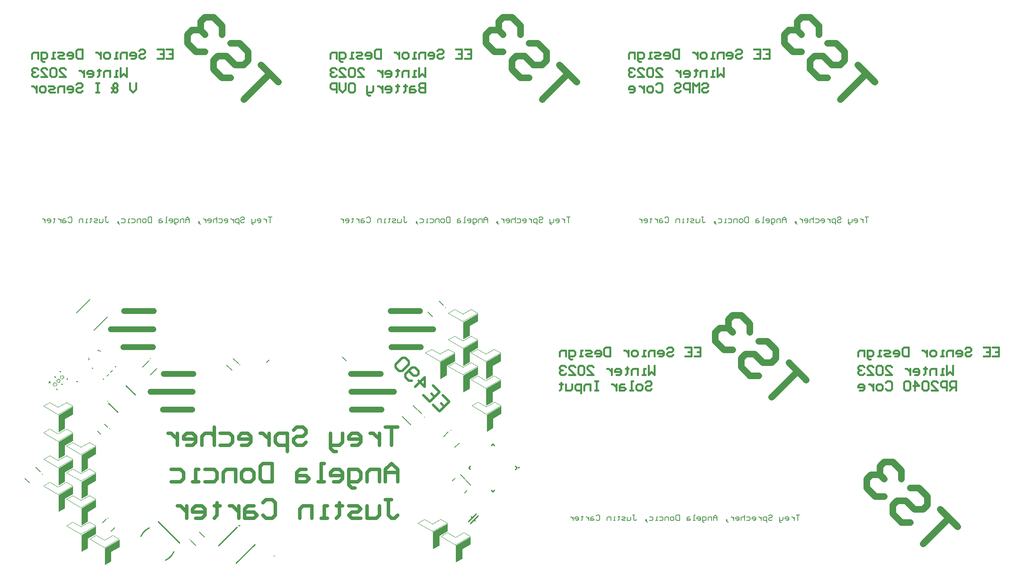
<source format=gbo>
%FSLAX25Y25*%
%MOIN*%
%SFA1B1*%

%IPPOS*%
%ADD30C,0.019680*%
%ADD33C,0.015750*%
%ADD35C,0.009840*%
%ADD36C,0.007870*%
%ADD134C,0.001970*%
%ADD136C,0.006890*%
%ADD138C,0.009840*%
%ADD139C,0.007870*%
%ADD140C,0.005910*%
%ADD141C,0.008860*%
%ADD143C,0.015750*%
%ADD144C,0.011810*%
%ADD145C,0.004920*%
%ADD231C,0.029530*%
%ADD255C,0.049210*%
%ADD256C,0.055120*%
%LNpanel-1*%
%LPD*%
G36*
X144498Y231372D02*
X137411Y227281D01*
Y219098*
X131899Y215916*
Y230463*
X144498Y237737*
Y231372*
G37*
G36*
Y208538D02*
X137411Y204446D01*
Y196263*
X131899Y193081*
Y207628*
X144498Y214902*
Y208538*
G37*
G36*
X164183Y197120D02*
X157096Y193029D01*
Y184846*
X151584Y181664*
Y196211*
X164183Y203485*
Y197120*
G37*
G36*
X144498Y185703D02*
X137411Y181612D01*
Y173429*
X131899Y170247*
Y184794*
X144498Y192068*
Y185703*
G37*
G36*
X164183Y174286D02*
X157096Y170194D01*
Y162011*
X151584Y158829*
Y173377*
X164183Y180650*
Y174286*
G37*
G36*
X144498Y162868D02*
X137411Y158777D01*
Y150594*
X131899Y147412*
Y161959*
X144498Y169233*
Y162868*
G37*
G36*
X164183Y151451D02*
X157096Y147360D01*
Y139177*
X151584Y135995*
Y150542*
X164183Y157816*
Y151451*
G37*
G36*
Y128616D02*
X157096Y124525D01*
Y116342*
X151584Y113160*
Y127707*
X164183Y134981*
Y128616*
G37*
G36*
X184261Y117199D02*
X177175Y113108D01*
Y104925*
X171663Y101742*
Y116290*
X184261Y123564*
Y117199*
G37*
G36*
X491742Y311294D02*
X484655Y307202D01*
Y299019*
X479143Y295837*
Y310384*
X491742Y317658*
Y311294*
G37*
G36*
Y288459D02*
X484655Y284367D01*
Y276185*
X479143Y273002*
Y287550*
X491742Y294824*
Y288459*
G37*
G36*
X511427Y277042D02*
X504340Y272950D01*
Y264767*
X498828Y261585*
Y276132*
X511427Y283406*
Y277042*
G37*
G36*
X472057D02*
X464970Y272950D01*
Y264767*
X459458Y261585*
Y276132*
X472057Y283406*
Y277042*
G37*
G36*
X491742Y265624D02*
X484655Y261533D01*
Y253350*
X479143Y250168*
Y264715*
X491742Y271989*
Y265624*
G37*
G36*
X511427Y254207D02*
X504340Y250115D01*
Y241933*
X498828Y238750*
Y253298*
X511427Y260572*
Y254207*
G37*
G36*
X511821Y231766D02*
X504734Y227675D01*
Y219492*
X499222Y216309*
Y230857*
X511821Y238130*
Y231766*
G37*
G36*
X465758Y130979D02*
X458671Y126887D01*
Y118704*
X453159Y115522*
Y130069*
X465758Y137343*
Y130979*
G37*
G36*
X485442Y119561D02*
X478356Y115470D01*
Y107287*
X472844Y104105*
Y118652*
X485442Y125926*
Y119561*
G37*
G54D30*
X461458Y247788D02*
X467024Y242222D01*
X458675Y233873*
X453109Y239439*
X462849Y238047D02*
X460066Y240830D01*
X453109Y256137D02*
X458675Y250571D01*
X450326Y242222*
X444760Y247788*
X454500Y246396D02*
X451717Y249179D01*
X437802Y254745D02*
X446151Y263094D01*
Y254745*
X440585Y260311*
X435019D02*
X432236D01*
X429453Y263094*
Y265877*
X435019Y271443*
X437802*
X440585Y268660*
Y265877*
X439194Y264486*
X436411*
X432236Y268660*
Y274226D02*
Y277009D01*
X429453Y279792*
X426671*
X421104Y274226*
Y271443*
X423887Y268660*
X426671*
X432236Y274226*
G54D33*
X224503Y544882D02*
X229751D01*
Y537010*
X224503*
X229751Y540946D02*
X227127D01*
X216632Y544882D02*
X221880D01*
Y537010*
X216632*
X221880Y540946D02*
X219256D01*
X200889Y543570D02*
X202201Y544882D01*
X204825*
X206137Y543570*
Y542258*
X204825Y540946*
X202201*
X200889Y539634*
Y538322*
X202201Y537010*
X204825*
X206137Y538322*
X194330Y537010D02*
X196953D01*
X198265Y538322*
Y540946*
X196953Y542258*
X194330*
X193018Y540946*
Y539634*
X198265*
X190394Y537010D02*
Y542258D01*
X186458*
X185146Y540946*
Y537010*
X182522D02*
X179898D01*
X181210*
Y542258*
X182522*
X174651Y537010D02*
X172027D01*
X170715Y538322*
Y540946*
X172027Y542258*
X174651*
X175963Y540946*
Y538322*
X174651Y537010*
X168091Y542258D02*
Y537010D01*
Y539634*
X166779Y540946*
X165467Y542258*
X164155*
X152348Y544882D02*
Y537010D01*
X148413*
X147101Y538322*
Y543570*
X148413Y544882*
X152348*
X140541Y537010D02*
X143165D01*
X144477Y538322*
Y540946*
X143165Y542258*
X140541*
X139229Y540946*
Y539634*
X144477*
X136605Y537010D02*
X132669D01*
X131358Y538322*
X132669Y539634*
X135293*
X136605Y540946*
X135293Y542258*
X131358*
X128734Y537010D02*
X126110D01*
X127422*
Y542258*
X128734*
X119550Y534387D02*
X118238D01*
X116927Y535699*
Y542258*
X120862*
X122174Y540946*
Y538322*
X120862Y537010*
X116927*
X114303D02*
Y542258D01*
X110367*
X109055Y540946*
Y537010*
X190394Y529033D02*
Y521161D01*
X187770Y523785*
X185146Y521161*
Y529033*
X182522Y521161D02*
X179898D01*
X181210*
Y526409*
X182522*
X175963Y521161D02*
Y526409D01*
X172027*
X170715Y525097*
Y521161*
X166779Y527721D02*
Y526409D01*
X168091*
X165467*
X166779*
Y522473*
X165467Y521161*
X157596D02*
X160220D01*
X161532Y522473*
Y525097*
X160220Y526409*
X157596*
X156284Y525097*
Y523785*
X161532*
X153660Y526409D02*
Y521161D01*
Y523785*
X152348Y525097*
X151036Y526409*
X149724*
X132670Y521161D02*
X137917D01*
X132670Y526409*
Y527721*
X133982Y529033*
X136605*
X137917Y527721*
X130046D02*
X128734Y529033D01*
X126110*
X124798Y527721*
Y522473*
X126110Y521161*
X128734*
X130046Y522473*
Y527721*
X116927Y521161D02*
X122174D01*
X116927Y526409*
Y527721*
X118238Y529033*
X120862*
X122174Y527721*
X114303D02*
X112991Y529033D01*
X110367*
X109055Y527721*
Y526409*
X110367Y525097*
X111679*
X110367*
X109055Y523785*
Y522473*
X110367Y521161*
X112991*
X114303Y522473*
X198265Y515807D02*
Y510560D01*
X195641Y507936*
X193018Y510560*
Y515807*
X177275Y507936D02*
X178586Y509248D01*
X179898Y507936*
X181210*
X182522Y509248*
Y510560*
X181210Y511872*
X182522Y513184*
Y514496*
X181210Y515807*
X179898*
X178586Y514496*
Y513184*
X179898Y511872*
X178586Y510560*
Y509248*
X177275Y511872D02*
X178586Y510560D01*
X181210Y511872D02*
X179898D01*
X166779Y515807D02*
X164155D01*
X165467*
Y507936*
X166779*
X164155*
X147101Y514496D02*
X148413Y515807D01*
X151036*
X152348Y514496*
Y513184*
X151036Y511872*
X148413*
X147101Y510560*
Y509248*
X148413Y507936*
X151036*
X152348Y509248*
X140541Y507936D02*
X143165D01*
X144477Y509248*
Y511872*
X143165Y513184*
X140541*
X139229Y511872*
Y510560*
X144477*
X136605Y507936D02*
Y513184D01*
X132670*
X131358Y511872*
Y507936*
X128734D02*
X124798D01*
X123486Y509248*
X124798Y510560*
X127422*
X128734Y511872*
X127422Y513184*
X123486*
X119550Y507936D02*
X116927D01*
X115615Y509248*
Y511872*
X116927Y513184*
X119550*
X120862Y511872*
Y509248*
X119550Y507936*
X112991Y513184D02*
Y507936D01*
Y510560*
X111679Y511872*
X110367Y513184*
X109055*
X480409Y544882D02*
X485657D01*
Y537010*
X480409*
X485657Y540946D02*
X483033D01*
X472538Y544882D02*
X477785D01*
Y537010*
X472538*
X477785Y540946D02*
X475161D01*
X456795Y543570D02*
X458106Y544882D01*
X460730*
X462042Y543570*
Y542258*
X460730Y540946*
X458106*
X456795Y539634*
Y538322*
X458106Y537010*
X460730*
X462042Y538322*
X450235Y537010D02*
X452859D01*
X454171Y538322*
Y540946*
X452859Y542258*
X450235*
X448923Y540946*
Y539634*
X454171*
X446299Y537010D02*
Y542258D01*
X442364*
X441052Y540946*
Y537010*
X438428D02*
X435804D01*
X437116*
Y542258*
X438428*
X430556Y537010D02*
X427932D01*
X426620Y538322*
Y540946*
X427932Y542258*
X430556*
X431868Y540946*
Y538322*
X430556Y537010*
X423997Y542258D02*
Y537010D01*
Y539634*
X422685Y540946*
X421373Y542258*
X420061*
X408254Y544882D02*
Y537010D01*
X404318*
X403006Y538322*
Y543570*
X404318Y544882*
X408254*
X396446Y537010D02*
X399070D01*
X400382Y538322*
Y540946*
X399070Y542258*
X396446*
X395135Y540946*
Y539634*
X400382*
X392511Y537010D02*
X388575D01*
X387263Y538322*
X388575Y539634*
X391199*
X392511Y540946*
X391199Y542258*
X387263*
X384639Y537010D02*
X382015D01*
X383327*
Y542258*
X384639*
X375456Y534387D02*
X374144D01*
X372832Y535699*
Y542258*
X376768*
X378080Y540946*
Y538322*
X376768Y537010*
X372832*
X370208D02*
Y542258D01*
X366272*
X364961Y540946*
Y537010*
X446299Y529033D02*
Y521161D01*
X443675Y523785*
X441052Y521161*
Y529033*
X438428Y521161D02*
X435804D01*
X437116*
Y526409*
X438428*
X431868Y521161D02*
Y526409D01*
X427932*
X426620Y525097*
Y521161*
X422685Y527721D02*
Y526409D01*
X423997*
X421373*
X422685*
Y522473*
X421373Y521161*
X413501D02*
X416125D01*
X417437Y522473*
Y525097*
X416125Y526409*
X413501*
X412189Y525097*
Y523785*
X417437*
X409566Y526409D02*
Y521161D01*
Y523785*
X408254Y525097*
X406942Y526409*
X405630*
X388575Y521161D02*
X393823D01*
X388575Y526409*
Y527721*
X389887Y529033*
X392511*
X393823Y527721*
X385951D02*
X384639Y529033D01*
X382015*
X380704Y527721*
Y522473*
X382015Y521161*
X384639*
X385951Y522473*
Y527721*
X372832Y521161D02*
X378080D01*
X372832Y526409*
Y527721*
X374144Y529033*
X376768*
X378080Y527721*
X370208D02*
X368896Y529033D01*
X366272*
X364961Y527721*
Y526409*
X366272Y525097*
X367584*
X366272*
X364961Y523785*
Y522473*
X366272Y521161*
X368896*
X370208Y522473*
X446299Y515807D02*
Y507936D01*
X442364*
X441052Y509248*
Y510560*
X442364Y511872*
X446299*
X442364*
X441052Y513184*
Y514496*
X442364Y515807*
X446299*
X437116Y513184D02*
X434492D01*
X433180Y511872*
Y507936*
X437116*
X438428Y509248*
X437116Y510560*
X433180*
X429244Y514496D02*
Y513184D01*
X430556*
X427932*
X429244*
Y509248*
X427932Y507936*
X422685Y514496D02*
Y513184D01*
X423997*
X421373*
X422685*
Y509248*
X421373Y507936*
X413501D02*
X416125D01*
X417437Y509248*
Y511872*
X416125Y513184*
X413501*
X412189Y511872*
Y510560*
X417437*
X409566Y513184D02*
Y507936D01*
Y510560*
X408254Y511872*
X406942Y513184*
X405630*
X401694D02*
Y509248D01*
X400382Y507936*
X396446*
Y506624*
X397758Y505312*
X399070*
X396446Y507936D02*
Y513184D01*
X382015Y515807D02*
X384639D01*
X385951Y514496*
Y509248*
X384639Y507936*
X382015*
X380704Y509248*
Y514496*
X382015Y515807*
X378080D02*
Y510560D01*
X375456Y507936*
X372832Y510560*
Y515807*
X370208Y507936D02*
Y515807D01*
X366272*
X364961Y514496*
Y511872*
X366272Y510560*
X370208*
X933165Y288976D02*
X938412D01*
Y281105*
X933165*
X938412Y285041D02*
X935789D01*
X925293Y288976D02*
X930541D01*
Y281105*
X925293*
X930541Y285041D02*
X927917D01*
X909550Y287664D02*
X910862Y288976D01*
X913486*
X914798Y287664*
Y286352*
X913486Y285041*
X910862*
X909550Y283729*
Y282417*
X910862Y281105*
X913486*
X914798Y282417*
X902991Y281105D02*
X905615D01*
X906927Y282417*
Y285041*
X905615Y286352*
X902991*
X901679Y285041*
Y283729*
X906927*
X899055Y281105D02*
Y286352D01*
X895119*
X893808Y285041*
Y281105*
X891184D02*
X888560D01*
X889872*
Y286352*
X891184*
X883312Y281105D02*
X880688D01*
X879376Y282417*
Y285041*
X880688Y286352*
X883312*
X884624Y285041*
Y282417*
X883312Y281105*
X876753Y286352D02*
Y281105D01*
Y283729*
X875441Y285041*
X874129Y286352*
X872817*
X861010Y288976D02*
Y281105D01*
X857074*
X855762Y282417*
Y287664*
X857074Y288976*
X861010*
X849202Y281105D02*
X851826D01*
X853138Y282417*
Y285041*
X851826Y286352*
X849202*
X847890Y285041*
Y283729*
X853138*
X845267Y281105D02*
X841331D01*
X840019Y282417*
X841331Y283729*
X843955*
X845267Y285041*
X843955Y286352*
X840019*
X837395Y281105D02*
X834771D01*
X836083*
Y286352*
X837395*
X828212Y278481D02*
X826900D01*
X825588Y279793*
Y286352*
X829524*
X830836Y285041*
Y282417*
X829524Y281105*
X825588*
X822964D02*
Y286352D01*
X819028*
X817717Y285041*
Y281105*
X899055Y273127D02*
Y265256D01*
X896431Y267880*
X893808Y265256*
Y273127*
X891184Y265256D02*
X888560D01*
X889872*
Y270503*
X891184*
X884624Y265256D02*
Y270503D01*
X880688*
X879376Y269192*
Y265256*
X875441Y271815D02*
Y270503D01*
X876753*
X874129*
X875441*
Y266568*
X874129Y265256*
X866257D02*
X868881D01*
X870193Y266568*
Y269192*
X868881Y270503*
X866257*
X864945Y269192*
Y267880*
X870193*
X862322Y270503D02*
Y265256D01*
Y267880*
X861010Y269192*
X859698Y270503*
X858386*
X841331Y265256D02*
X846579D01*
X841331Y270503*
Y271815*
X842643Y273127*
X845267*
X846579Y271815*
X838707D02*
X837395Y273127D01*
X834771*
X833459Y271815*
Y266568*
X834771Y265256*
X837395*
X838707Y266568*
Y271815*
X825588Y265256D02*
X830836D01*
X825588Y270503*
Y271815*
X826900Y273127*
X829524*
X830836Y271815*
X822964D02*
X821652Y273127D01*
X819028*
X817717Y271815*
Y270503*
X819028Y269192*
X820340*
X819028*
X817717Y267880*
Y266568*
X819028Y265256*
X821652*
X822964Y266568*
X901679Y252030D02*
Y259902D01*
X897743*
X896431Y258590*
Y255966*
X897743Y254654*
X901679*
X899055D02*
X896431Y252030D01*
X893808D02*
Y259902D01*
X889872*
X888560Y258590*
Y255966*
X889872Y254654*
X893808*
X880688Y252030D02*
X885936D01*
X880688Y257278*
Y258590*
X882000Y259902*
X884624*
X885936Y258590*
X878065D02*
X876753Y259902D01*
X874129*
X872817Y258590*
Y253342*
X874129Y252030*
X876753*
X878065Y253342*
Y258590*
X866257Y252030D02*
Y259902D01*
X870193Y255966*
X864945*
X862322Y258590D02*
X861010Y259902D01*
X858386*
X857074Y258590*
Y253342*
X858386Y252030*
X861010*
X862322Y253342*
Y258590*
X841331D02*
X842643Y259902D01*
X845267*
X846579Y258590*
Y253342*
X845267Y252030*
X842643*
X841331Y253342*
X837395Y252030D02*
X834771D01*
X833459Y253342*
Y255966*
X834771Y257278*
X837395*
X838707Y255966*
Y253342*
X837395Y252030*
X830836Y257278D02*
Y252030D01*
Y254654*
X829524Y255966*
X828212Y257278*
X826900*
X819028Y252030D02*
X821652D01*
X822964Y253342*
Y255966*
X821652Y257278*
X819028*
X817717Y255966*
Y254654*
X822964*
X736314Y544882D02*
X741562D01*
Y537010*
X736314*
X741562Y540946D02*
X738938D01*
X728443Y544882D02*
X733691D01*
Y537010*
X728443*
X733691Y540946D02*
X731067D01*
X712700Y543570D02*
X714012Y544882D01*
X716636*
X717948Y543570*
Y542258*
X716636Y540946*
X714012*
X712700Y539634*
Y538322*
X714012Y537010*
X716636*
X717948Y538322*
X706141Y537010D02*
X708764D01*
X710076Y538322*
Y540946*
X708764Y542258*
X706141*
X704829Y540946*
Y539634*
X710076*
X702205Y537010D02*
Y542258D01*
X698269*
X696957Y540946*
Y537010*
X694333D02*
X691709D01*
X693021*
Y542258*
X694333*
X686462Y537010D02*
X683838D01*
X682526Y538322*
Y540946*
X683838Y542258*
X686462*
X687774Y540946*
Y538322*
X686462Y537010*
X679902Y542258D02*
Y537010D01*
Y539634*
X678590Y540946*
X677278Y542258*
X675967*
X664159Y544882D02*
Y537010D01*
X660223*
X658912Y538322*
Y543570*
X660223Y544882*
X664159*
X652352Y537010D02*
X654976D01*
X656288Y538322*
Y540946*
X654976Y542258*
X652352*
X651040Y540946*
Y539634*
X656288*
X648416Y537010D02*
X644481D01*
X643169Y538322*
X644481Y539634*
X647104*
X648416Y540946*
X647104Y542258*
X643169*
X640545Y537010D02*
X637921D01*
X639233*
Y542258*
X640545*
X631361Y534387D02*
X630050D01*
X628738Y535699*
Y542258*
X632673*
X633985Y540946*
Y538322*
X632673Y537010*
X628738*
X626114D02*
Y542258D01*
X622178*
X620866Y540946*
Y537010*
X702205Y529033D02*
Y521161D01*
X699581Y523785*
X696957Y521161*
Y529033*
X694333Y521161D02*
X691709D01*
X693021*
Y526409*
X694333*
X687774Y521161D02*
Y526409D01*
X683838*
X682526Y525097*
Y521161*
X678590Y527721D02*
Y526409D01*
X679902*
X677278*
X678590*
Y522473*
X677278Y521161*
X669407D02*
X672031D01*
X673343Y522473*
Y525097*
X672031Y526409*
X669407*
X668095Y525097*
Y523785*
X673343*
X665471Y526409D02*
Y521161D01*
Y523785*
X664159Y525097*
X662847Y526409*
X661535*
X644481Y521161D02*
X649728D01*
X644481Y526409*
Y527721*
X645792Y529033*
X648416*
X649728Y527721*
X641857D02*
X640545Y529033D01*
X637921*
X636609Y527721*
Y522473*
X637921Y521161*
X640545*
X641857Y522473*
Y527721*
X628738Y521161D02*
X633985D01*
X628738Y526409*
Y527721*
X630050Y529033*
X632673*
X633985Y527721*
X626114D02*
X624802Y529033D01*
X622178*
X620866Y527721*
Y526409*
X622178Y525097*
X623490*
X622178*
X620866Y523785*
Y522473*
X622178Y521161*
X624802*
X626114Y522473*
X683838Y514496D02*
X685150Y515807D01*
X687774*
X689086Y514496*
Y513184*
X687774Y511872*
X685150*
X683838Y510560*
Y509248*
X685150Y507936*
X687774*
X689086Y509248*
X681214Y507936D02*
Y515807D01*
X678590Y513184*
X675967Y515807*
Y507936*
X673343D02*
Y515807D01*
X669407*
X668095Y514496*
Y511872*
X669407Y510560*
X673343*
X660223Y514496D02*
X661535Y515807D01*
X664159*
X665471Y514496*
Y513184*
X664159Y511872*
X661535*
X660223Y510560*
Y509248*
X661535Y507936*
X664159*
X665471Y509248*
X644481Y514496D02*
X645792Y515807D01*
X648416*
X649728Y514496*
Y509248*
X648416Y507936*
X645792*
X644481Y509248*
X640545Y507936D02*
X637921D01*
X636609Y509248*
Y511872*
X637921Y513184*
X640545*
X641857Y511872*
Y509248*
X640545Y507936*
X633985Y513184D02*
Y507936D01*
Y510560*
X632673Y511872*
X631361Y513184*
X630050*
X622178Y507936D02*
X624802D01*
X626114Y509248*
Y511872*
X624802Y513184*
X622178*
X620866Y511872*
Y510560*
X626114*
X677259Y288976D02*
X682507D01*
Y281105*
X677259*
X682507Y285041D02*
X679883D01*
X669388Y288976D02*
X674636D01*
Y281105*
X669388*
X674636Y285041D02*
X672012D01*
X653645Y287664D02*
X654957Y288976D01*
X657581*
X658893Y287664*
Y286352*
X657581Y285041*
X654957*
X653645Y283729*
Y282417*
X654957Y281105*
X657581*
X658893Y282417*
X647085Y281105D02*
X649709D01*
X651021Y282417*
Y285041*
X649709Y286352*
X647085*
X645773Y285041*
Y283729*
X651021*
X643150Y281105D02*
Y286352D01*
X639214*
X637902Y285041*
Y281105*
X635278D02*
X632654D01*
X633966*
Y286352*
X635278*
X627407Y281105D02*
X624783D01*
X623471Y282417*
Y285041*
X624783Y286352*
X627407*
X628719Y285041*
Y282417*
X627407Y281105*
X620847Y286352D02*
Y281105D01*
Y283729*
X619535Y285041*
X618223Y286352*
X616911*
X605104Y288976D02*
Y281105D01*
X601168*
X599857Y282417*
Y287664*
X601168Y288976*
X605104*
X593297Y281105D02*
X595921D01*
X597233Y282417*
Y285041*
X595921Y286352*
X593297*
X591985Y285041*
Y283729*
X597233*
X589361Y281105D02*
X585425D01*
X584114Y282417*
X585425Y283729*
X588049*
X589361Y285041*
X588049Y286352*
X584114*
X581490Y281105D02*
X578866D01*
X580178*
Y286352*
X581490*
X572306Y278481D02*
X570994D01*
X569683Y279793*
Y286352*
X573618*
X574930Y285041*
Y282417*
X573618Y281105*
X569683*
X567059D02*
Y286352D01*
X563123*
X561811Y285041*
Y281105*
X643150Y273127D02*
Y265256D01*
X640526Y267880*
X637902Y265256*
Y273127*
X635278Y265256D02*
X632654D01*
X633966*
Y270503*
X635278*
X628719Y265256D02*
Y270503D01*
X624783*
X623471Y269192*
Y265256*
X619535Y271815D02*
Y270503D01*
X620847*
X618223*
X619535*
Y266568*
X618223Y265256*
X610352D02*
X612976D01*
X614288Y266568*
Y269192*
X612976Y270503*
X610352*
X609040Y269192*
Y267880*
X614288*
X606416Y270503D02*
Y265256D01*
Y267880*
X605104Y269192*
X603792Y270503*
X602480*
X585426Y265256D02*
X590673D01*
X585426Y270503*
Y271815*
X586737Y273127*
X589361*
X590673Y271815*
X582802D02*
X581490Y273127D01*
X578866*
X577554Y271815*
Y266568*
X578866Y265256*
X581490*
X582802Y266568*
Y271815*
X569683Y265256D02*
X574930D01*
X569683Y270503*
Y271815*
X570994Y273127*
X573618*
X574930Y271815*
X567059D02*
X565747Y273127D01*
X563123*
X561811Y271815*
Y270503*
X563123Y269192*
X564435*
X563123*
X561811Y267880*
Y266568*
X563123Y265256*
X565747*
X567059Y266568*
X635278Y258590D02*
X636590Y259902D01*
X639214*
X640526Y258590*
Y257278*
X639214Y255966*
X636590*
X635278Y254654*
Y253342*
X636590Y252030*
X639214*
X640526Y253342*
X631342Y252030D02*
X628719D01*
X627407Y253342*
Y255966*
X628719Y257278*
X631342*
X632654Y255966*
Y253342*
X631342Y252030*
X624783D02*
X622159D01*
X623471*
Y259902*
X624783*
X616911Y257278D02*
X614288D01*
X612976Y255966*
Y252030*
X616911*
X618223Y253342*
X616911Y254654*
X612976*
X610352Y257278D02*
Y252030D01*
Y254654*
X609040Y255966*
X607728Y257278*
X606416*
X594609Y259902D02*
X591985D01*
X593297*
Y252030*
X594609*
X591985*
X588049D02*
Y257278D01*
X584114*
X582802Y255966*
Y252030*
X580178Y249407D02*
Y257278D01*
X576242*
X574930Y255966*
Y253342*
X576242Y252030*
X580178*
X572306Y257278D02*
Y253342D01*
X570994Y252030*
X567059*
Y257278*
X563123Y258590D02*
Y257278D01*
X564435*
X561811*
X563123*
Y253342*
X561811Y252030*
G54D35*
X209637Y134014D02*
X208786Y133546D01*
X207965Y133028*
X207176Y132463*
X206423Y131851*
X205707Y131195*
X205031Y130498*
X204398Y129762*
X203811Y128990*
X203270Y128183*
X202778Y127347*
X202338Y126482*
X223434Y106144D02*
X224285Y106611D01*
X225106Y107129*
X225894Y107695*
X226648Y108306*
X227364Y108962*
X228040Y109659*
X228672Y110395*
X229260Y111168*
X229801Y111974*
X230292Y112811*
X230733Y113676*
X148152Y259401D02*
X147364D01*
X148152*
X287245Y135794D02*
X286458D01*
X287245*
X504331Y206034D02*
X505723Y204642D01*
X502994Y204698D02*
X504331Y206034D01*
X483730Y185433D02*
X485122Y186825D01*
X483730Y185433D02*
X485066Y184097D01*
X502939Y166224D02*
X504331Y164832D01*
X505667Y166169*
X523539Y184041D02*
X524931Y185433D01*
X523595Y186769D02*
X524931Y185433D01*
X189839Y255902D02*
X197634Y248107D01*
X174806Y240869D02*
X182601Y233074D01*
X217371Y139288D02*
X235744Y120914D01*
X269035Y118534D02*
X285181Y134680D01*
X284068Y103501D02*
X300214Y119647D01*
G54D36*
X162252Y303519D02*
X173945Y315211D01*
X147220Y318552D02*
X158912Y330244D01*
X245335Y123018D02*
X249789Y118563D01*
X252573Y130256D02*
X257027Y125801D01*
X177083Y130993D02*
X180424Y134334D01*
X169845Y138231D02*
X173186Y141572D01*
X458296Y328729D02*
X462193Y324831D01*
X448831Y319263D02*
X452728Y315366D01*
X276183Y273733D02*
X280637Y269279D01*
X281750Y279301D02*
X286205Y274847D01*
X471681Y202767D02*
X475579Y206665D01*
X462216Y212233D02*
X466114Y216130D01*
X203964Y271880D02*
X209532Y277448D01*
X210646Y265199D02*
X216213Y270766D01*
X426688Y229595D02*
X433926Y222357D01*
X436153Y239060D02*
X443391Y231822D01*
X103007Y176348D02*
X106905Y172450D01*
X112473Y185813D02*
X116370Y181915D01*
X171327Y222986D02*
X174111Y220202D01*
X165203Y216862D02*
X167987Y214078D01*
X314929Y400786D02*
X311780D01*
X313354*
Y396063*
X310206Y399212D02*
Y396063D01*
Y397638*
X309419Y398425*
X308632Y399212*
X307844*
X303122Y396063D02*
X304696D01*
X305483Y396851*
Y398425*
X304696Y399212*
X303122*
X302334Y398425*
Y397638*
X305483*
X300760Y399212D02*
Y396851D01*
X299973Y396063*
X297611*
Y395276*
X298399Y394489*
X299186*
X297611Y396063D02*
Y399212D01*
X288166Y399999D02*
X288953Y400786D01*
X290527*
X291314Y399999*
Y399212*
X290527Y398425*
X288953*
X288166Y397638*
Y396851*
X288953Y396063*
X290527*
X291314Y396851*
X286592Y394489D02*
Y399212D01*
X284230*
X283443Y398425*
Y396851*
X284230Y396063*
X286592*
X281869Y399212D02*
Y396063D01*
Y397638*
X281082Y398425*
X280294Y399212*
X279507*
X274784Y396063D02*
X276359D01*
X277146Y396851*
Y398425*
X276359Y399212*
X274784*
X273997Y398425*
Y397638*
X277146*
X269274Y399212D02*
X271636D01*
X272423Y398425*
Y396851*
X271636Y396063*
X269274*
X267700Y400786D02*
Y396063D01*
Y398425*
X266913Y399212*
X265338*
X264551Y398425*
Y396063*
X260616D02*
X262190D01*
X262977Y396851*
Y398425*
X262190Y399212*
X260616*
X259828Y398425*
Y397638*
X262977*
X258254Y399212D02*
Y396063D01*
Y397638*
X257467Y398425*
X256680Y399212*
X255893*
X252744Y395276D02*
X251957Y396063D01*
Y396851*
X252744*
Y396063*
X251957*
X252744Y395276*
X253531Y394489*
X244086Y396063D02*
Y399212D01*
X242511Y400786*
X240937Y399212*
Y396063*
Y398425*
X244086*
X239363Y396063D02*
Y399212D01*
X237001*
X236214Y398425*
Y396063*
X233066Y394489D02*
X232278D01*
X231491Y395276*
Y399212*
X233853*
X234640Y398425*
Y396851*
X233853Y396063*
X231491*
X227555D02*
X229130D01*
X229917Y396851*
Y398425*
X229130Y399212*
X227555*
X226768Y398425*
Y397638*
X229917*
X225194Y396063D02*
X223620D01*
X224407*
Y400786*
X225194*
X220471Y399212D02*
X218897D01*
X218110Y398425*
Y396063*
X220471*
X221258Y396851*
X220471Y397638*
X218110*
X211813Y400786D02*
Y396063D01*
X209451*
X208664Y396851*
Y399999*
X209451Y400786*
X211813*
X206302Y396063D02*
X204728D01*
X203941Y396851*
Y398425*
X204728Y399212*
X206302*
X207090Y398425*
Y396851*
X206302Y396063*
X202367D02*
Y399212D01*
X200005*
X199218Y398425*
Y396063*
X194495Y399212D02*
X196857D01*
X197644Y398425*
Y396851*
X196857Y396063*
X194495*
X192921D02*
X191347D01*
X192134*
Y399212*
X192921*
X185837D02*
X188198D01*
X188985Y398425*
Y396851*
X188198Y396063*
X185837*
X183475Y395276D02*
X182688Y396063D01*
Y396851*
X183475*
Y396063*
X182688*
X183475Y395276*
X184262Y394489*
X171668Y400786D02*
X173242D01*
X172455*
Y396851*
X173242Y396063*
X174030*
X174817Y396851*
X170094Y399212D02*
Y396851D01*
X169307Y396063*
X166945*
Y399212*
X165371Y396063D02*
X163010D01*
X162222Y396851*
X163010Y397638*
X164584*
X165371Y398425*
X164584Y399212*
X162222*
X159861Y399999D02*
Y399212D01*
X160648*
X159074*
X159861*
Y396851*
X159074Y396063*
X156712D02*
X155138D01*
X155925*
Y399212*
X156712*
X152777Y396063D02*
Y399212D01*
X150415*
X149628Y398425*
Y396063*
X140182Y399999D02*
X140969Y400786D01*
X142544*
X143331Y399999*
Y396851*
X142544Y396063*
X140969*
X140182Y396851*
X137821Y399212D02*
X136247D01*
X135459Y398425*
Y396063*
X137821*
X138608Y396851*
X137821Y397638*
X135459*
X133885Y399212D02*
Y396063D01*
Y397638*
X133098Y398425*
X132311Y399212*
X131524*
X128375Y399999D02*
Y399212D01*
X129162*
X127588*
X128375*
Y396851*
X127588Y396063*
X122865D02*
X124439D01*
X125226Y396851*
Y398425*
X124439Y399212*
X122865*
X122078Y398425*
Y397638*
X125226*
X120503Y399212D02*
Y396063D01*
Y397638*
X119716Y398425*
X118929Y399212*
X118142*
X570834Y400786D02*
X567686D01*
X569260*
Y396063*
X566111Y399212D02*
Y396063D01*
Y397638*
X565324Y398425*
X564537Y399212*
X563750*
X559027Y396063D02*
X560601D01*
X561388Y396851*
Y398425*
X560601Y399212*
X559027*
X558240Y398425*
Y397638*
X561388*
X556666Y399212D02*
Y396851D01*
X555878Y396063*
X553517*
Y395276*
X554304Y394489*
X555091*
X553517Y396063D02*
Y399212D01*
X544071Y399999D02*
X544858Y400786D01*
X546433*
X547220Y399999*
Y399212*
X546433Y398425*
X544858*
X544071Y397638*
Y396851*
X544858Y396063*
X546433*
X547220Y396851*
X542497Y394489D02*
Y399212D01*
X540136*
X539348Y398425*
Y396851*
X540136Y396063*
X542497*
X537774Y399212D02*
Y396063D01*
Y397638*
X536987Y398425*
X536200Y399212*
X535413*
X530690Y396063D02*
X532264D01*
X533051Y396851*
Y398425*
X532264Y399212*
X530690*
X529903Y398425*
Y397638*
X533051*
X525180Y399212D02*
X527541D01*
X528328Y398425*
Y396851*
X527541Y396063*
X525180*
X523605Y400786D02*
Y396063D01*
Y398425*
X522818Y399212*
X521244*
X520457Y398425*
Y396063*
X516521D02*
X518095D01*
X518883Y396851*
Y398425*
X518095Y399212*
X516521*
X515734Y398425*
Y397638*
X518883*
X514160Y399212D02*
Y396063D01*
Y397638*
X513373Y398425*
X512585Y399212*
X511798*
X508650Y395276D02*
X507863Y396063D01*
Y396851*
X508650*
Y396063*
X507863*
X508650Y395276*
X509437Y394489*
X499991Y396063D02*
Y399212D01*
X498417Y400786*
X496842Y399212*
Y396063*
Y398425*
X499991*
X495268Y396063D02*
Y399212D01*
X492907*
X492120Y398425*
Y396063*
X488971Y394489D02*
X488184D01*
X487397Y395276*
Y399212*
X489758*
X490545Y398425*
Y396851*
X489758Y396063*
X487397*
X483461D02*
X485035D01*
X485822Y396851*
Y398425*
X485035Y399212*
X483461*
X482674Y398425*
Y397638*
X485822*
X481100Y396063D02*
X479525D01*
X480312*
Y400786*
X481100*
X476377Y399212D02*
X474802D01*
X474015Y398425*
Y396063*
X476377*
X477164Y396851*
X476377Y397638*
X474015*
X467718Y400786D02*
Y396063D01*
X465357*
X464570Y396851*
Y399999*
X465357Y400786*
X467718*
X462208Y396063D02*
X460634D01*
X459847Y396851*
Y398425*
X460634Y399212*
X462208*
X462995Y398425*
Y396851*
X462208Y396063*
X458272D02*
Y399212D01*
X455911*
X455124Y398425*
Y396063*
X450401Y399212D02*
X452762D01*
X453549Y398425*
Y396851*
X452762Y396063*
X450401*
X448827D02*
X447252D01*
X448039*
Y399212*
X448827*
X441742D02*
X444104D01*
X444891Y398425*
Y396851*
X444104Y396063*
X441742*
X439381Y395276D02*
X438594Y396063D01*
Y396851*
X439381*
Y396063*
X438594*
X439381Y395276*
X440168Y394489*
X427574Y400786D02*
X429148D01*
X428361*
Y396851*
X429148Y396063*
X429935*
X430722Y396851*
X425999Y399212D02*
Y396851D01*
X425212Y396063*
X422851*
Y399212*
X421276Y396063D02*
X418915D01*
X418128Y396851*
X418915Y397638*
X420489*
X421276Y398425*
X420489Y399212*
X418128*
X415766Y399999D02*
Y399212D01*
X416553*
X414979*
X415766*
Y396851*
X414979Y396063*
X412618D02*
X411044D01*
X411831*
Y399212*
X412618*
X408682Y396063D02*
Y399212D01*
X406321*
X405533Y398425*
Y396063*
X396088Y399999D02*
X396875Y400786D01*
X398449*
X399236Y399999*
Y396851*
X398449Y396063*
X396875*
X396088Y396851*
X393726Y399212D02*
X392152D01*
X391365Y398425*
Y396063*
X393726*
X394513Y396851*
X393726Y397638*
X391365*
X389791Y399212D02*
Y396063D01*
Y397638*
X389003Y398425*
X388216Y399212*
X387429*
X384280Y399999D02*
Y399212D01*
X385068*
X383493*
X384280*
Y396851*
X383493Y396063*
X378770D02*
X380345D01*
X381132Y396851*
Y398425*
X380345Y399212*
X378770*
X377983Y398425*
Y397638*
X381132*
X376409Y399212D02*
Y396063D01*
Y397638*
X375622Y398425*
X374835Y399212*
X374048*
X826740Y400786D02*
X823591D01*
X825165*
Y396063*
X822017Y399212D02*
Y396063D01*
Y397638*
X821230Y398425*
X820443Y399212*
X819656*
X814933Y396063D02*
X816507D01*
X817294Y396851*
Y398425*
X816507Y399212*
X814933*
X814145Y398425*
Y397638*
X817294*
X812571Y399212D02*
Y396851D01*
X811784Y396063*
X809423*
Y395276*
X810210Y394489*
X810997*
X809423Y396063D02*
Y399212D01*
X799977Y399999D02*
X800764Y400786D01*
X802338*
X803125Y399999*
Y399212*
X802338Y398425*
X800764*
X799977Y397638*
Y396851*
X800764Y396063*
X802338*
X803125Y396851*
X798403Y394489D02*
Y399212D01*
X796041*
X795254Y398425*
Y396851*
X796041Y396063*
X798403*
X793680Y399212D02*
Y396063D01*
Y397638*
X792893Y398425*
X792105Y399212*
X791318*
X786595Y396063D02*
X788170D01*
X788957Y396851*
Y398425*
X788170Y399212*
X786595*
X785808Y398425*
Y397638*
X788957*
X781085Y399212D02*
X783447D01*
X784234Y398425*
Y396851*
X783447Y396063*
X781085*
X779511Y400786D02*
Y396063D01*
Y398425*
X778724Y399212*
X777149*
X776362Y398425*
Y396063*
X772427D02*
X774001D01*
X774788Y396851*
Y398425*
X774001Y399212*
X772427*
X771639Y398425*
Y397638*
X774788*
X770065Y399212D02*
Y396063D01*
Y397638*
X769278Y398425*
X768491Y399212*
X767704*
X764555Y395276D02*
X763768Y396063D01*
Y396851*
X764555*
Y396063*
X763768*
X764555Y395276*
X765342Y394489*
X755897Y396063D02*
Y399212D01*
X754322Y400786*
X752748Y399212*
Y396063*
Y398425*
X755897*
X751174Y396063D02*
Y399212D01*
X748812*
X748025Y398425*
Y396063*
X744876Y394489D02*
X744089D01*
X743302Y395276*
Y399212*
X745664*
X746451Y398425*
Y396851*
X745664Y396063*
X743302*
X739366D02*
X740941D01*
X741728Y396851*
Y398425*
X740941Y399212*
X739366*
X738579Y398425*
Y397638*
X741728*
X737005Y396063D02*
X735431D01*
X736218*
Y400786*
X737005*
X732282Y399212D02*
X730708D01*
X729921Y398425*
Y396063*
X732282*
X733069Y396851*
X732282Y397638*
X729921*
X723624Y400786D02*
Y396063D01*
X721262*
X720475Y396851*
Y399999*
X721262Y400786*
X723624*
X718114Y396063D02*
X716539D01*
X715752Y396851*
Y398425*
X716539Y399212*
X718114*
X718901Y398425*
Y396851*
X718114Y396063*
X714178D02*
Y399212D01*
X711816*
X711029Y398425*
Y396063*
X706306Y399212D02*
X708668D01*
X709455Y398425*
Y396851*
X708668Y396063*
X706306*
X704732D02*
X703158D01*
X703945*
Y399212*
X704732*
X697648D02*
X700009D01*
X700796Y398425*
Y396851*
X700009Y396063*
X697648*
X695286Y395276D02*
X694499Y396063D01*
Y396851*
X695286*
Y396063*
X694499*
X695286Y395276*
X696073Y394489*
X683479Y400786D02*
X685053D01*
X684266*
Y396851*
X685053Y396063*
X685841*
X686628Y396851*
X681905Y399212D02*
Y396851D01*
X681118Y396063*
X678756*
Y399212*
X677182Y396063D02*
X674821D01*
X674033Y396851*
X674821Y397638*
X676395*
X677182Y398425*
X676395Y399212*
X674033*
X671672Y399999D02*
Y399212D01*
X672459*
X670885*
X671672*
Y396851*
X670885Y396063*
X668523D02*
X666949D01*
X667736*
Y399212*
X668523*
X664588Y396063D02*
Y399212D01*
X662226*
X661439Y398425*
Y396063*
X651993Y399999D02*
X652780Y400786D01*
X654355*
X655142Y399999*
Y396851*
X654355Y396063*
X652780*
X651993Y396851*
X649632Y399212D02*
X648058D01*
X647270Y398425*
Y396063*
X649632*
X650419Y396851*
X649632Y397638*
X647270*
X645696Y399212D02*
Y396063D01*
Y397638*
X644909Y398425*
X644122Y399212*
X643335*
X640186Y399999D02*
Y399212D01*
X640973*
X639399*
X640186*
Y396851*
X639399Y396063*
X634676D02*
X636250D01*
X637037Y396851*
Y398425*
X636250Y399212*
X634676*
X633889Y398425*
Y397638*
X637037*
X632314Y399212D02*
Y396063D01*
Y397638*
X631527Y398425*
X630740Y399212*
X629953*
X767685Y144881D02*
X764536D01*
X766110*
Y140158*
X762962Y143307D02*
Y140158D01*
Y141732*
X762175Y142519*
X761387Y143307*
X760600*
X755877Y140158D02*
X757452D01*
X758239Y140945*
Y142519*
X757452Y143307*
X755877*
X755090Y142519*
Y141732*
X758239*
X753516Y143307D02*
Y140945D01*
X752729Y140158*
X750367*
Y139371*
X751155Y138584*
X751942*
X750367Y140158D02*
Y143307D01*
X740922Y144094D02*
X741709Y144881D01*
X743283*
X744070Y144094*
Y143307*
X743283Y142519*
X741709*
X740922Y141732*
Y140945*
X741709Y140158*
X743283*
X744070Y140945*
X739347Y138584D02*
Y143307D01*
X736986*
X736199Y142519*
Y140945*
X736986Y140158*
X739347*
X734624Y143307D02*
Y140158D01*
Y141732*
X733837Y142519*
X733050Y143307*
X732263*
X727540Y140158D02*
X729114D01*
X729902Y140945*
Y142519*
X729114Y143307*
X727540*
X726753Y142519*
Y141732*
X729902*
X722030Y143307D02*
X724392D01*
X725179Y142519*
Y140945*
X724392Y140158*
X722030*
X720456Y144881D02*
Y140158D01*
Y142519*
X719669Y143307*
X718094*
X717307Y142519*
Y140158*
X713372D02*
X714946D01*
X715733Y140945*
Y142519*
X714946Y143307*
X713372*
X712584Y142519*
Y141732*
X715733*
X711010Y143307D02*
Y140158D01*
Y141732*
X710223Y142519*
X709436Y143307*
X708649*
X705500Y139371D02*
X704713Y140158D01*
Y140945*
X705500*
Y140158*
X704713*
X705500Y139371*
X706287Y138584*
X696841Y140158D02*
Y143307D01*
X695267Y144881*
X693693Y143307*
Y140158*
Y142519*
X696841*
X692119Y140158D02*
Y143307D01*
X689757*
X688970Y142519*
Y140158*
X685821Y138584D02*
X685034D01*
X684247Y139371*
Y143307*
X686609*
X687396Y142519*
Y140945*
X686609Y140158*
X684247*
X680311D02*
X681886D01*
X682673Y140945*
Y142519*
X681886Y143307*
X680311*
X679524Y142519*
Y141732*
X682673*
X677950Y140158D02*
X676376D01*
X677163*
Y144881*
X677950*
X673227Y143307D02*
X671653D01*
X670866Y142519*
Y140158*
X673227*
X674014Y140945*
X673227Y141732*
X670866*
X664569Y144881D02*
Y140158D01*
X662207*
X661420Y140945*
Y144094*
X662207Y144881*
X664569*
X659058Y140158D02*
X657484D01*
X656697Y140945*
Y142519*
X657484Y143307*
X659058*
X659846Y142519*
Y140945*
X659058Y140158*
X655123D02*
Y143307D01*
X652761*
X651974Y142519*
Y140158*
X647251Y143307D02*
X649613D01*
X650400Y142519*
Y140945*
X649613Y140158*
X647251*
X645677D02*
X644103D01*
X644890*
Y143307*
X645677*
X638593D02*
X640954D01*
X641741Y142519*
Y140945*
X640954Y140158*
X638593*
X636231Y139371D02*
X635444Y140158D01*
Y140945*
X636231*
Y140158*
X635444*
X636231Y139371*
X637018Y138584*
X624424Y144881D02*
X625998D01*
X625211*
Y140945*
X625998Y140158*
X626785*
X627573Y140945*
X622850Y143307D02*
Y140945D01*
X622062Y140158*
X619701*
Y143307*
X618127Y140158D02*
X615765D01*
X614978Y140945*
X615765Y141732*
X617340*
X618127Y142519*
X617340Y143307*
X614978*
X612617Y144094D02*
Y143307D01*
X613404*
X611830*
X612617*
Y140945*
X611830Y140158*
X609468D02*
X607894D01*
X608681*
Y143307*
X609468*
X605532Y140158D02*
Y143307D01*
X603171*
X602384Y142519*
Y140158*
X592938Y144094D02*
X593725Y144881D01*
X595299*
X596087Y144094*
Y140945*
X595299Y140158*
X593725*
X592938Y140945*
X590577Y143307D02*
X589002D01*
X588215Y142519*
Y140158*
X590577*
X591364Y140945*
X590577Y141732*
X588215*
X586641Y143307D02*
Y140158D01*
Y141732*
X585854Y142519*
X585067Y143307*
X584279*
X581131Y144094D02*
Y143307D01*
X581918*
X580344*
X581131*
Y140945*
X580344Y140158*
X575621D02*
X577195D01*
X577982Y140945*
Y142519*
X577195Y143307*
X575621*
X574834Y142519*
Y141732*
X577982*
X573259Y143307D02*
Y140158D01*
Y141732*
X572472Y142519*
X571685Y143307*
X570898*
G54D134*
X472435Y119361D02*
X485033Y126635D01*
X465348Y129817D02*
X472435Y125725D01*
X459836Y126635D02*
X465348Y129817D01*
X459836Y126635D02*
X472435Y119361D01*
Y125725D02*
X479522Y129817D01*
X485033Y126635*
X452750Y130778D02*
X465348Y138052D01*
X445663Y141234D02*
X452750Y137143D01*
X440152Y138052D02*
X445663Y141234D01*
X440152Y138052D02*
X452750Y130778D01*
Y137143D02*
X459836Y141234D01*
X465348Y138052*
X131490Y231172D02*
X144088Y238445D01*
X124403Y241628D02*
X131490Y237536D01*
X118892Y238445D02*
X124403Y241628D01*
X118892Y238445D02*
X131490Y231172D01*
Y237536D02*
X138577Y241628D01*
X144088Y238445*
X171254Y116999D02*
X183852Y124272D01*
X164167Y127454D02*
X171254Y123363D01*
X158655Y124272D02*
X164167Y127454D01*
X158655Y124272D02*
X171254Y116999D01*
Y123363D02*
X178340Y127454D01*
X183852Y124272*
X151175Y174085D02*
X163774Y181359D01*
X144088Y184541D02*
X151175Y180450D01*
X138577Y181359D02*
X144088Y184541D01*
X138577Y181359D02*
X151175Y174085D01*
Y180450D02*
X158262Y184541D01*
X163774Y181359*
X131490Y208337D02*
X144088Y215611D01*
X124403Y218793D02*
X131490Y214702D01*
X118892Y215611D02*
X124403Y218793D01*
X118892Y215611D02*
X131490Y208337D01*
Y214702D02*
X138577Y218793D01*
X144088Y215611*
X151175Y128416D02*
X163774Y135690D01*
X144088Y138872D02*
X151175Y134780D01*
X138577Y135690D02*
X144088Y138872D01*
X138577Y135690D02*
X151175Y128416D01*
Y134780D02*
X158262Y138872D01*
X163774Y135690*
X151175Y151251D02*
X163774Y158524D01*
X144088Y161706D02*
X151175Y157615D01*
X138577Y158524D02*
X144088Y161706D01*
X138577Y158524D02*
X151175Y151251D01*
Y157615D02*
X158262Y161706D01*
X163774Y158524*
X131490Y162668D02*
X144088Y169942D01*
X124403Y173124D02*
X131490Y169032D01*
X118892Y169942D02*
X124403Y173124D01*
X118892Y169942D02*
X131490Y162668D01*
Y169032D02*
X138577Y173124D01*
X144088Y169942*
X131490Y185503D02*
X144088Y192776D01*
X124403Y195958D02*
X131490Y191867D01*
X118892Y192776D02*
X124403Y195958D01*
X118892Y192776D02*
X131490Y185503D01*
Y191867D02*
X138577Y195958D01*
X144088Y192776*
X151175Y196920D02*
X163774Y204193D01*
X144088Y207376D02*
X151175Y203284D01*
X138577Y204193D02*
X144088Y207376D01*
X138577Y204193D02*
X151175Y196920D01*
Y203284D02*
X158262Y207376D01*
X163774Y204193*
X498813Y231565D02*
X511411Y238839D01*
X491726Y242021D02*
X498813Y237930D01*
X486214Y238839D02*
X491726Y242021D01*
X486214Y238839D02*
X498813Y231565D01*
Y237930D02*
X505899Y242021D01*
X511411Y238839*
X498419Y254006D02*
X511018Y261280D01*
X491333Y264462D02*
X498419Y260371D01*
X485821Y261280D02*
X491333Y264462D01*
X485821Y261280D02*
X498419Y254006D01*
Y260371D02*
X505506Y264462D01*
X511018Y261280*
X478734Y265424D02*
X491333Y272697D01*
X471648Y275880D02*
X478734Y271788D01*
X466136Y272697D02*
X471648Y275880D01*
X466136Y272697D02*
X478734Y265424D01*
Y271788D02*
X485821Y275880D01*
X491333Y272697*
X498419Y276841D02*
X511018Y284115D01*
X491333Y287297D02*
X498419Y283206D01*
X485821Y284115D02*
X491333Y287297D01*
X485821Y284115D02*
X498419Y276841D01*
Y283206D02*
X505506Y287297D01*
X511018Y284115*
X478734Y311093D02*
X491333Y318367D01*
X471648Y321549D02*
X478734Y317458D01*
X466136Y318367D02*
X471648Y321549D01*
X466136Y318367D02*
X478734Y311093D01*
Y317458D02*
X485821Y321549D01*
X491333Y318367*
X478734Y288258D02*
X491333Y295532D01*
X471648Y298714D02*
X478734Y294623D01*
X466136Y295532D02*
X471648Y298714D01*
X466136Y295532D02*
X478734Y288258D01*
Y294623D02*
X485821Y298714D01*
X491333Y295532*
X459049Y276841D02*
X471648Y284115D01*
X451963Y287297D02*
X459049Y283206D01*
X446451Y284115D02*
X451963Y287297D01*
X446451Y284115D02*
X459049Y276841D01*
Y283206D02*
X466136Y287297D01*
X471648Y284115*
G54D136*
X375495Y280411D02*
X378836Y277070D01*
G54D138*
X463782Y322882D03*
X468259Y217522D03*
X445815Y229038D03*
X117959Y179967D03*
G54D139*
X244697Y123853D03*
X174496Y142129D03*
X287237Y274012D03*
X210842Y279118D03*
X175700Y218810D03*
X157844Y279862D03*
G54D140*
X479988Y163942D02*
X480885Y164450D01*
X481613Y165178*
X482121Y166075*
X471980Y176216D02*
X471084Y175708D01*
X470355Y174979*
X469847Y174083*
X476541Y179544D02*
X485449Y170635D01*
X310304Y276052D02*
X312531Y278279D01*
X129941Y253276D02*
X131055Y252163D01*
X123817Y258288D02*
X124930Y259401D01*
X123817D02*
X124930Y258288D01*
X133003Y260236D02*
X133594D01*
X131890Y258532D02*
Y259123D01*
X130707Y259053D02*
X131124Y259471D01*
X131890Y261350D02*
Y261940D01*
X132655Y261002D02*
X133073Y261419D01*
X132655Y259471D02*
X133073Y259053D01*
X130707Y261419D02*
X131124Y261002D01*
X130186Y260236D02*
X130776D01*
X133003Y268309D02*
X133560D01*
X133003Y267753D02*
Y268309D01*
X133838Y267474*
X128549Y263855D02*
X129106D01*
X128549Y263299D02*
Y263855D01*
X129384Y263020*
X138989Y262046D02*
X139545D01*
X138989D02*
X139824Y261211D01*
X138989Y261489D02*
Y262046D01*
X134534Y257592D02*
X135091D01*
X134534D02*
X135370Y256756D01*
X134534Y257035D02*
Y257592D01*
X129941Y257174D02*
X130532D01*
X128828Y255470D02*
Y256060D01*
X127644Y255991D02*
X128062Y256408D01*
X128828Y258288D02*
Y258878D01*
X129593Y257940D02*
X130011Y258357D01*
X129593Y256408D02*
X130011Y255991D01*
X127644Y258357D02*
X128062Y257940D01*
X127123Y257174D02*
X127714D01*
X136066Y263299D02*
X136656D01*
X134952Y261594D02*
Y262185D01*
X133769Y262115D02*
X134186Y262533D01*
X134952Y264412D02*
Y265003D01*
X135718Y264064D02*
X136135Y264482D01*
X135718Y262533D02*
X136135Y262115D01*
X133769Y264482D02*
X134186Y264064D01*
X133248Y263299D02*
X133838D01*
X160613Y271322D02*
X161497Y270439D01*
X157822Y278094D02*
X158817Y279089D01*
X176850Y267613D02*
X178311Y269074D01*
X173440Y264203D02*
X174901Y265664D01*
X166416Y286675D02*
X167906Y285185D01*
X165720Y285978D02*
X166416Y286675D01*
X169890Y262045D02*
X170586Y261349D01*
X180468Y272623D02*
X181164Y271927D01*
G54D141*
X484896Y137556D02*
X491577Y144238D01*
X488237Y140897D02*
X489072Y140062D01*
X483226Y139227D02*
X489907Y145908D01*
X485731Y143403D02*
X486566Y142567D01*
G54D143*
X526799Y185433D03*
G54D144*
X173890Y242540D03*
G54D145*
X316190Y109075D02*
X317303Y110188D01*
G54D231*
X422638Y220593D02*
X412143D01*
X417390*
Y204850*
X406895Y215346D02*
Y204850D01*
Y210098*
X404271Y212722*
X401647Y215346*
X399023*
X383280Y204850D02*
X388528D01*
X391152Y207474*
Y212722*
X388528Y215346*
X383280*
X380657Y212722*
Y210098*
X391152*
X375409Y215346D02*
Y207474D01*
X372785Y204850*
X364914*
Y202227*
X367537Y199603*
X370161*
X364914Y204850D02*
Y215346D01*
X333428Y217969D02*
X336052Y220593D01*
X341299*
X343923Y217969*
Y215346*
X341299Y212722*
X336052*
X333428Y210098*
Y207474*
X336052Y204850*
X341299*
X343923Y207474*
X328180Y199603D02*
Y215346D01*
X320309*
X317685Y212722*
Y207474*
X320309Y204850*
X328180*
X312437Y215346D02*
Y204850D01*
Y210098*
X309813Y212722*
X307190Y215346*
X304566*
X288823Y204850D02*
X294070D01*
X296694Y207474*
Y212722*
X294070Y215346*
X288823*
X286199Y212722*
Y210098*
X296694*
X270456Y215346D02*
X278327D01*
X280951Y212722*
Y207474*
X278327Y204850*
X270456*
X265208Y220593D02*
Y204850D01*
Y212722*
X262585Y215346*
X257337*
X254713Y212722*
Y204850*
X241594D02*
X246842D01*
X249465Y207474*
Y212722*
X246842Y215346*
X241594*
X238970Y212722*
Y210098*
X249465*
X233722Y215346D02*
Y204850D01*
Y210098*
X231099Y212722*
X228475Y215346*
X225851*
X422638Y173625D02*
Y184120D01*
X417390Y189368*
X412143Y184120*
Y173625*
Y181496*
X422638*
X406895Y173625D02*
Y184120D01*
X399023*
X396400Y181496*
Y173625*
X385904Y168377D02*
X383280D01*
X380657Y171001*
Y184120*
X388528*
X391152Y181496*
Y176248*
X388528Y173625*
X380657*
X367537D02*
X372785D01*
X375409Y176248*
Y181496*
X372785Y184120*
X367537*
X364914Y181496*
Y178872*
X375409*
X359666Y173625D02*
X354418D01*
X357042*
Y189368*
X359666*
X343923Y184120D02*
X338675D01*
X336052Y181496*
Y173625*
X343923*
X346547Y176248*
X343923Y178872*
X336052*
X315061Y189368D02*
Y173625D01*
X307190*
X304566Y176248*
Y186744*
X307190Y189368*
X315061*
X296694Y173625D02*
X291447D01*
X288823Y176248*
Y181496*
X291447Y184120*
X296694*
X299318Y181496*
Y176248*
X296694Y173625*
X283575D02*
Y184120D01*
X275704*
X273080Y181496*
Y173625*
X257337Y184120D02*
X265208D01*
X267832Y181496*
Y176248*
X265208Y173625*
X257337*
X252089D02*
X246842D01*
X249465*
Y184120*
X252089*
X228475D02*
X236346D01*
X238970Y181496*
Y176248*
X236346Y173625*
X228475*
X412143Y158142D02*
X417390D01*
X414766*
Y145023*
X417390Y142399*
X420014*
X422638Y145023*
X406895Y152894D02*
Y145023D01*
X404271Y142399*
X396400*
Y152894*
X391152Y142399D02*
X383280D01*
X380657Y145023*
X383280Y147646*
X388528*
X391152Y150270*
X388528Y152894*
X380657*
X372785Y155518D02*
Y152894D01*
X375409*
X370161*
X372785*
Y145023*
X370161Y142399*
X362290D02*
X357042D01*
X359666*
Y152894*
X362290*
X349171Y142399D02*
Y152894D01*
X341299*
X338675Y150270*
Y142399*
X307190Y155518D02*
X309813Y158142D01*
X315061*
X317685Y155518*
Y145023*
X315061Y142399*
X309813*
X307190Y145023*
X299318Y152894D02*
X294070D01*
X291447Y150270*
Y142399*
X299318*
X301942Y145023*
X299318Y147646*
X291447*
X286199Y152894D02*
Y142399D01*
Y147646*
X283575Y150270*
X280951Y152894*
X278327*
X267832Y155518D02*
Y152894D01*
X270456*
X265208*
X267832*
Y145023*
X265208Y142399*
X249465D02*
X254713D01*
X257337Y145023*
Y150270*
X254713Y152894*
X249465*
X246842Y150270*
Y147646*
X257337*
X241594Y152894D02*
Y142399D01*
Y147646*
X238970Y150270*
X236346Y152894*
X233722*
G54D255*
X416535Y320079D02*
X441732D01*
X416929Y304724D02*
X453150D01*
X417323Y289370D02*
X442520D01*
X187402D02*
X212598D01*
X176772Y304724D02*
X212992D01*
X188189Y320079D02*
X213386D01*
X222047Y266142D02*
X247244D01*
X210630Y250787D02*
X246850D01*
X221260Y235433D02*
X246457D01*
X383465D02*
X408661D01*
X383071Y250787D02*
X419291D01*
X382677Y266142D02*
X407874D01*
G54D256*
X320345Y516880D02*
X305502Y531722D01*
X312923Y524301*
X290659Y502037*
X279528Y550276D02*
X286949D01*
X294370Y542854*
Y535433*
X290659Y531722*
X283238*
X275817Y539144*
X268396*
X264685Y535433*
Y528012*
X272106Y520590*
X279528*
X272106Y557697D02*
Y565118D01*
X264685Y572540*
X257264*
X253553Y568829*
Y561408*
X257264Y557697*
X253553Y561408*
X246132*
X242421Y557697*
Y550276*
X249842Y542854*
X257264*
X576250Y516880D02*
X561408Y531722D01*
X568829Y524301*
X546565Y502037*
X535433Y550276D02*
X542854D01*
X550276Y542854*
Y535433*
X546565Y531722*
X539144*
X531722Y539144*
X524301*
X520590Y535433*
Y528012*
X528012Y520590*
X535433*
X528012Y557697D02*
Y565118D01*
X520590Y572540*
X513169*
X509458Y568829*
Y561408*
X513169Y557697*
X509458Y561408*
X502037*
X498327Y557697*
Y550276*
X505748Y542854*
X513169*
X903022Y134990D02*
X888179Y149833D01*
X895601Y142411*
X873337Y120148*
X862205Y168386D02*
X869626D01*
X877047Y160965*
Y153543*
X873337Y149833*
X865915*
X858494Y157254*
X851073*
X847362Y153543*
Y146122*
X854783Y138701*
X862205*
X854783Y175807D02*
Y183229D01*
X847362Y190650*
X839941*
X836230Y186939*
Y179518*
X839941Y175807*
X836230Y179518*
X828809*
X825098Y175807*
Y168386*
X832520Y160965*
X839941*
X832156Y516880D02*
X817313Y531722D01*
X824734Y524301*
X802470Y502037*
X791339Y550276D02*
X798760D01*
X806181Y542854*
Y535433*
X802470Y531722*
X795049*
X787628Y539144*
X780207*
X776496Y535433*
Y528012*
X783917Y520590*
X791339*
X783917Y557697D02*
Y565118D01*
X776496Y572540*
X769075*
X765364Y568829*
Y561408*
X769075Y557697*
X765364Y561408*
X757943*
X754232Y557697*
Y550276*
X761653Y542854*
X769075*
X773101Y260974D02*
X758258Y275817D01*
X765679Y268396*
X743415Y246132*
X732283Y294370D02*
X739705D01*
X747126Y286949*
Y279528*
X743415Y275817*
X735994*
X728573Y283238*
X721151*
X717441Y279528*
Y272106*
X724862Y264685*
X732283*
X724862Y301791D02*
Y309213D01*
X717441Y316634*
X710020*
X706309Y312923*
Y305502*
X710020Y301791*
X706309Y305502*
X698888*
X695177Y301791*
Y294370*
X702598Y286949*
X710020*
M02*
</source>
